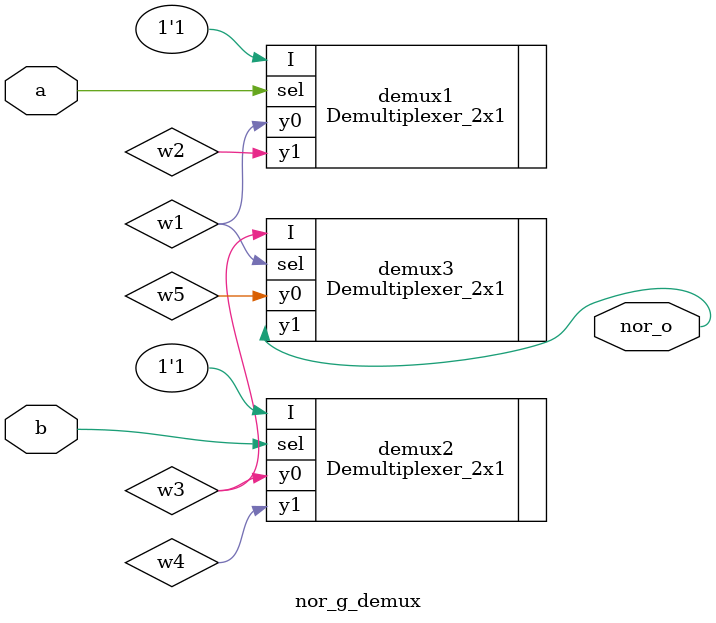
<source format=v>
`timescale 1ns / 1ps
module nor_g_demux( input a,b,
output nor_o
    );
wire w1,w2,w3,w4,w5;

Demultiplexer_2x1 demux1(.I(1'b1),.sel(a),.y0(w1),.y1(w2));
Demultiplexer_2x1 demux2(.I(1'b1),.sel(b),.y0(w3),.y1(w4));
Demultiplexer_2x1 demux3(.I(w3),.sel(w1),.y0(w5),.y1(nor_o));



endmodule

</source>
